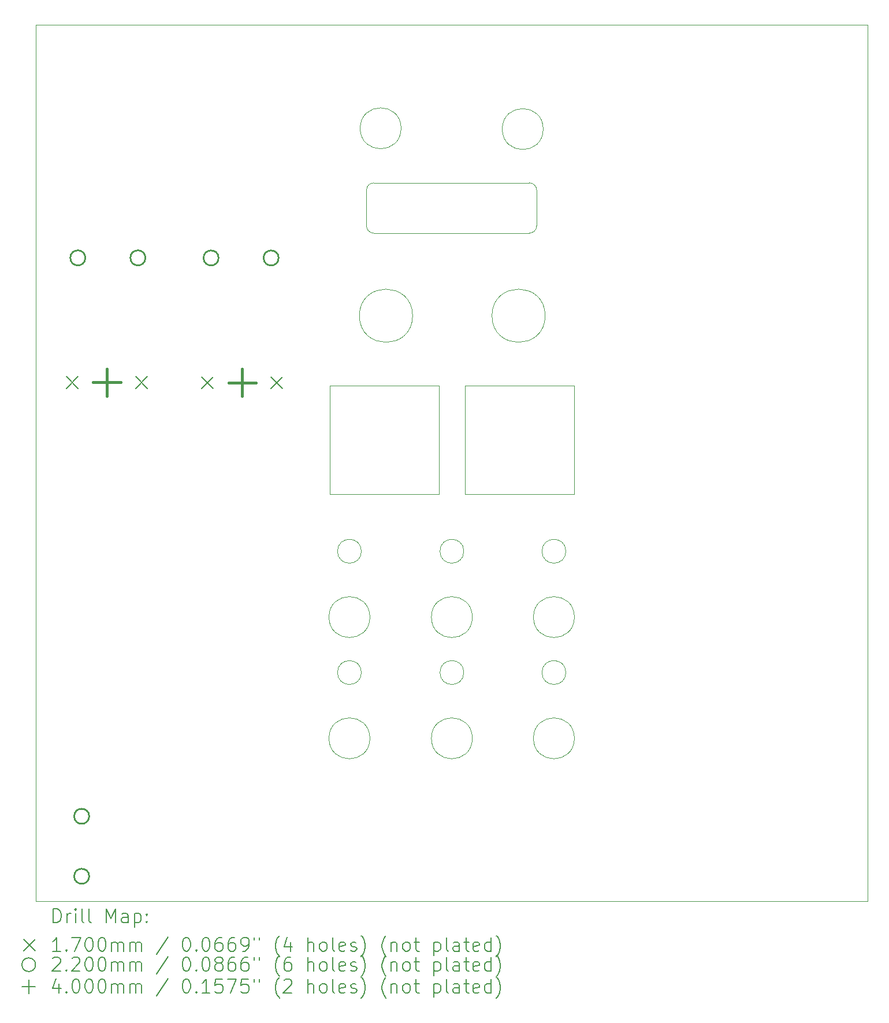
<source format=gbr>
%TF.GenerationSoftware,KiCad,Pcbnew,7.0.9*%
%TF.CreationDate,2023-11-30T20:57:32+01:00*%
%TF.ProjectId,euroPI-kicad_surfacemount_discretes_and_ics,6575726f-5049-42d6-9b69-6361645f7375,rev?*%
%TF.SameCoordinates,Original*%
%TF.FileFunction,Drillmap*%
%TF.FilePolarity,Positive*%
%FSLAX45Y45*%
G04 Gerber Fmt 4.5, Leading zero omitted, Abs format (unit mm)*
G04 Created by KiCad (PCBNEW 7.0.9) date 2023-11-30 20:57:32*
%MOMM*%
%LPD*%
G01*
G04 APERTURE LIST*
%ADD10C,0.100000*%
%ADD11C,0.200000*%
%ADD12C,0.170000*%
%ADD13C,0.220000*%
%ADD14C,0.400000*%
G04 APERTURE END LIST*
D10*
X12899380Y-10261080D02*
G75*
G03*
X12899380Y-10261080I-175000J0D01*
G01*
X13024380Y-13005080D02*
G75*
G03*
X13024380Y-13005080I-300000J0D01*
G01*
X13081419Y-4858340D02*
G75*
G03*
X12974320Y-4965020I-209J-106890D01*
G01*
X16021580Y-13004800D02*
G75*
G03*
X16021580Y-13004800I-300000J0D01*
G01*
X12974320Y-5488521D02*
G75*
G03*
X13081000Y-5595620I106890J-209D01*
G01*
X16021580Y-11226800D02*
G75*
G03*
X16021580Y-11226800I-300000J0D01*
G01*
X14525520Y-11226800D02*
G75*
G03*
X14525520Y-11226800I-300000J0D01*
G01*
X14525520Y-13004800D02*
G75*
G03*
X14525520Y-13004800I-300000J0D01*
G01*
X8128000Y-2540000D02*
X20320000Y-2540000D01*
X20320000Y-15389860D01*
X8128000Y-15389860D01*
X8128000Y-2540000D01*
X13650320Y-6807200D02*
G75*
G03*
X13650320Y-6807200I-390000J0D01*
G01*
X13481580Y-4058400D02*
G75*
G03*
X13481580Y-4058400I-300000J0D01*
G01*
X15896580Y-12039600D02*
G75*
G03*
X15896580Y-12039600I-175000J0D01*
G01*
X12899380Y-12039880D02*
G75*
G03*
X12899380Y-12039880I-175000J0D01*
G01*
X15361501Y-5595830D02*
G75*
G03*
X15468600Y-5489150I209J106890D01*
G01*
X15593420Y-6807200D02*
G75*
G03*
X15593420Y-6807200I-390000J0D01*
G01*
X12974320Y-4965020D02*
X12974322Y-5488521D01*
X14400520Y-12039600D02*
G75*
G03*
X14400520Y-12039600I-175000J0D01*
G01*
X14414500Y-7835900D02*
X16014700Y-7835900D01*
X16014700Y-9423400D01*
X14414500Y-9423400D01*
X14414500Y-7835900D01*
X12433300Y-7835900D02*
X14033500Y-7835900D01*
X14033500Y-9423400D01*
X12433300Y-9423400D01*
X12433300Y-7835900D01*
X13081000Y-5595620D02*
X15361501Y-5595829D01*
X15896580Y-10260800D02*
G75*
G03*
X15896580Y-10260800I-175000J0D01*
G01*
X15468599Y-4965700D02*
G75*
G03*
X15361922Y-4858601I-106889J210D01*
G01*
X15564380Y-4069600D02*
G75*
G03*
X15564380Y-4069600I-300000J0D01*
G01*
X15468600Y-5489150D02*
X15468600Y-4965700D01*
X15361922Y-4858601D02*
X13081419Y-4858342D01*
X14400520Y-10260800D02*
G75*
G03*
X14400520Y-10260800I-175000J0D01*
G01*
X13024380Y-11227080D02*
G75*
G03*
X13024380Y-11227080I-300000J0D01*
G01*
D11*
D12*
X8576400Y-7701000D02*
X8746400Y-7871000D01*
X8746400Y-7701000D02*
X8576400Y-7871000D01*
X9592400Y-7701000D02*
X9762400Y-7871000D01*
X9762400Y-7701000D02*
X9592400Y-7871000D01*
X10560140Y-7703540D02*
X10730140Y-7873540D01*
X10730140Y-7703540D02*
X10560140Y-7873540D01*
X11576140Y-7703540D02*
X11746140Y-7873540D01*
X11746140Y-7703540D02*
X11576140Y-7873540D01*
D13*
X8853265Y-5958700D02*
G75*
G03*
X8853265Y-5958700I-110000J0D01*
G01*
X8909600Y-14147800D02*
G75*
G03*
X8909600Y-14147800I-110000J0D01*
G01*
X8909600Y-15027800D02*
G75*
G03*
X8909600Y-15027800I-110000J0D01*
G01*
X9733265Y-5958700D02*
G75*
G03*
X9733265Y-5958700I-110000J0D01*
G01*
X10805940Y-5959740D02*
G75*
G03*
X10805940Y-5959740I-110000J0D01*
G01*
X11685940Y-5959740D02*
G75*
G03*
X11685940Y-5959740I-110000J0D01*
G01*
D14*
X9169400Y-7586000D02*
X9169400Y-7986000D01*
X8969400Y-7786000D02*
X9369400Y-7786000D01*
X11153140Y-7588540D02*
X11153140Y-7988540D01*
X10953140Y-7788540D02*
X11353140Y-7788540D01*
D11*
X8383777Y-15706344D02*
X8383777Y-15506344D01*
X8383777Y-15506344D02*
X8431396Y-15506344D01*
X8431396Y-15506344D02*
X8459967Y-15515868D01*
X8459967Y-15515868D02*
X8479015Y-15534915D01*
X8479015Y-15534915D02*
X8488539Y-15553963D01*
X8488539Y-15553963D02*
X8498063Y-15592058D01*
X8498063Y-15592058D02*
X8498063Y-15620629D01*
X8498063Y-15620629D02*
X8488539Y-15658725D01*
X8488539Y-15658725D02*
X8479015Y-15677772D01*
X8479015Y-15677772D02*
X8459967Y-15696820D01*
X8459967Y-15696820D02*
X8431396Y-15706344D01*
X8431396Y-15706344D02*
X8383777Y-15706344D01*
X8583777Y-15706344D02*
X8583777Y-15573010D01*
X8583777Y-15611106D02*
X8593301Y-15592058D01*
X8593301Y-15592058D02*
X8602824Y-15582534D01*
X8602824Y-15582534D02*
X8621872Y-15573010D01*
X8621872Y-15573010D02*
X8640920Y-15573010D01*
X8707586Y-15706344D02*
X8707586Y-15573010D01*
X8707586Y-15506344D02*
X8698063Y-15515868D01*
X8698063Y-15515868D02*
X8707586Y-15525391D01*
X8707586Y-15525391D02*
X8717110Y-15515868D01*
X8717110Y-15515868D02*
X8707586Y-15506344D01*
X8707586Y-15506344D02*
X8707586Y-15525391D01*
X8831396Y-15706344D02*
X8812348Y-15696820D01*
X8812348Y-15696820D02*
X8802824Y-15677772D01*
X8802824Y-15677772D02*
X8802824Y-15506344D01*
X8936158Y-15706344D02*
X8917110Y-15696820D01*
X8917110Y-15696820D02*
X8907586Y-15677772D01*
X8907586Y-15677772D02*
X8907586Y-15506344D01*
X9164729Y-15706344D02*
X9164729Y-15506344D01*
X9164729Y-15506344D02*
X9231396Y-15649201D01*
X9231396Y-15649201D02*
X9298063Y-15506344D01*
X9298063Y-15506344D02*
X9298063Y-15706344D01*
X9479015Y-15706344D02*
X9479015Y-15601582D01*
X9479015Y-15601582D02*
X9469491Y-15582534D01*
X9469491Y-15582534D02*
X9450444Y-15573010D01*
X9450444Y-15573010D02*
X9412348Y-15573010D01*
X9412348Y-15573010D02*
X9393301Y-15582534D01*
X9479015Y-15696820D02*
X9459967Y-15706344D01*
X9459967Y-15706344D02*
X9412348Y-15706344D01*
X9412348Y-15706344D02*
X9393301Y-15696820D01*
X9393301Y-15696820D02*
X9383777Y-15677772D01*
X9383777Y-15677772D02*
X9383777Y-15658725D01*
X9383777Y-15658725D02*
X9393301Y-15639677D01*
X9393301Y-15639677D02*
X9412348Y-15630153D01*
X9412348Y-15630153D02*
X9459967Y-15630153D01*
X9459967Y-15630153D02*
X9479015Y-15620629D01*
X9574253Y-15573010D02*
X9574253Y-15773010D01*
X9574253Y-15582534D02*
X9593301Y-15573010D01*
X9593301Y-15573010D02*
X9631396Y-15573010D01*
X9631396Y-15573010D02*
X9650444Y-15582534D01*
X9650444Y-15582534D02*
X9659967Y-15592058D01*
X9659967Y-15592058D02*
X9669491Y-15611106D01*
X9669491Y-15611106D02*
X9669491Y-15668248D01*
X9669491Y-15668248D02*
X9659967Y-15687296D01*
X9659967Y-15687296D02*
X9650444Y-15696820D01*
X9650444Y-15696820D02*
X9631396Y-15706344D01*
X9631396Y-15706344D02*
X9593301Y-15706344D01*
X9593301Y-15706344D02*
X9574253Y-15696820D01*
X9755205Y-15687296D02*
X9764729Y-15696820D01*
X9764729Y-15696820D02*
X9755205Y-15706344D01*
X9755205Y-15706344D02*
X9745682Y-15696820D01*
X9745682Y-15696820D02*
X9755205Y-15687296D01*
X9755205Y-15687296D02*
X9755205Y-15706344D01*
X9755205Y-15582534D02*
X9764729Y-15592058D01*
X9764729Y-15592058D02*
X9755205Y-15601582D01*
X9755205Y-15601582D02*
X9745682Y-15592058D01*
X9745682Y-15592058D02*
X9755205Y-15582534D01*
X9755205Y-15582534D02*
X9755205Y-15601582D01*
D12*
X7953000Y-15949860D02*
X8123000Y-16119860D01*
X8123000Y-15949860D02*
X7953000Y-16119860D01*
D11*
X8488539Y-16126344D02*
X8374253Y-16126344D01*
X8431396Y-16126344D02*
X8431396Y-15926344D01*
X8431396Y-15926344D02*
X8412348Y-15954915D01*
X8412348Y-15954915D02*
X8393301Y-15973963D01*
X8393301Y-15973963D02*
X8374253Y-15983487D01*
X8574253Y-16107296D02*
X8583777Y-16116820D01*
X8583777Y-16116820D02*
X8574253Y-16126344D01*
X8574253Y-16126344D02*
X8564729Y-16116820D01*
X8564729Y-16116820D02*
X8574253Y-16107296D01*
X8574253Y-16107296D02*
X8574253Y-16126344D01*
X8650444Y-15926344D02*
X8783777Y-15926344D01*
X8783777Y-15926344D02*
X8698063Y-16126344D01*
X8898063Y-15926344D02*
X8917110Y-15926344D01*
X8917110Y-15926344D02*
X8936158Y-15935868D01*
X8936158Y-15935868D02*
X8945682Y-15945391D01*
X8945682Y-15945391D02*
X8955205Y-15964439D01*
X8955205Y-15964439D02*
X8964729Y-16002534D01*
X8964729Y-16002534D02*
X8964729Y-16050153D01*
X8964729Y-16050153D02*
X8955205Y-16088248D01*
X8955205Y-16088248D02*
X8945682Y-16107296D01*
X8945682Y-16107296D02*
X8936158Y-16116820D01*
X8936158Y-16116820D02*
X8917110Y-16126344D01*
X8917110Y-16126344D02*
X8898063Y-16126344D01*
X8898063Y-16126344D02*
X8879015Y-16116820D01*
X8879015Y-16116820D02*
X8869491Y-16107296D01*
X8869491Y-16107296D02*
X8859967Y-16088248D01*
X8859967Y-16088248D02*
X8850444Y-16050153D01*
X8850444Y-16050153D02*
X8850444Y-16002534D01*
X8850444Y-16002534D02*
X8859967Y-15964439D01*
X8859967Y-15964439D02*
X8869491Y-15945391D01*
X8869491Y-15945391D02*
X8879015Y-15935868D01*
X8879015Y-15935868D02*
X8898063Y-15926344D01*
X9088539Y-15926344D02*
X9107586Y-15926344D01*
X9107586Y-15926344D02*
X9126634Y-15935868D01*
X9126634Y-15935868D02*
X9136158Y-15945391D01*
X9136158Y-15945391D02*
X9145682Y-15964439D01*
X9145682Y-15964439D02*
X9155205Y-16002534D01*
X9155205Y-16002534D02*
X9155205Y-16050153D01*
X9155205Y-16050153D02*
X9145682Y-16088248D01*
X9145682Y-16088248D02*
X9136158Y-16107296D01*
X9136158Y-16107296D02*
X9126634Y-16116820D01*
X9126634Y-16116820D02*
X9107586Y-16126344D01*
X9107586Y-16126344D02*
X9088539Y-16126344D01*
X9088539Y-16126344D02*
X9069491Y-16116820D01*
X9069491Y-16116820D02*
X9059967Y-16107296D01*
X9059967Y-16107296D02*
X9050444Y-16088248D01*
X9050444Y-16088248D02*
X9040920Y-16050153D01*
X9040920Y-16050153D02*
X9040920Y-16002534D01*
X9040920Y-16002534D02*
X9050444Y-15964439D01*
X9050444Y-15964439D02*
X9059967Y-15945391D01*
X9059967Y-15945391D02*
X9069491Y-15935868D01*
X9069491Y-15935868D02*
X9088539Y-15926344D01*
X9240920Y-16126344D02*
X9240920Y-15993010D01*
X9240920Y-16012058D02*
X9250444Y-16002534D01*
X9250444Y-16002534D02*
X9269491Y-15993010D01*
X9269491Y-15993010D02*
X9298063Y-15993010D01*
X9298063Y-15993010D02*
X9317110Y-16002534D01*
X9317110Y-16002534D02*
X9326634Y-16021582D01*
X9326634Y-16021582D02*
X9326634Y-16126344D01*
X9326634Y-16021582D02*
X9336158Y-16002534D01*
X9336158Y-16002534D02*
X9355205Y-15993010D01*
X9355205Y-15993010D02*
X9383777Y-15993010D01*
X9383777Y-15993010D02*
X9402825Y-16002534D01*
X9402825Y-16002534D02*
X9412348Y-16021582D01*
X9412348Y-16021582D02*
X9412348Y-16126344D01*
X9507586Y-16126344D02*
X9507586Y-15993010D01*
X9507586Y-16012058D02*
X9517110Y-16002534D01*
X9517110Y-16002534D02*
X9536158Y-15993010D01*
X9536158Y-15993010D02*
X9564729Y-15993010D01*
X9564729Y-15993010D02*
X9583777Y-16002534D01*
X9583777Y-16002534D02*
X9593301Y-16021582D01*
X9593301Y-16021582D02*
X9593301Y-16126344D01*
X9593301Y-16021582D02*
X9602825Y-16002534D01*
X9602825Y-16002534D02*
X9621872Y-15993010D01*
X9621872Y-15993010D02*
X9650444Y-15993010D01*
X9650444Y-15993010D02*
X9669491Y-16002534D01*
X9669491Y-16002534D02*
X9679015Y-16021582D01*
X9679015Y-16021582D02*
X9679015Y-16126344D01*
X10069491Y-15916820D02*
X9898063Y-16173963D01*
X10326634Y-15926344D02*
X10345682Y-15926344D01*
X10345682Y-15926344D02*
X10364729Y-15935868D01*
X10364729Y-15935868D02*
X10374253Y-15945391D01*
X10374253Y-15945391D02*
X10383777Y-15964439D01*
X10383777Y-15964439D02*
X10393301Y-16002534D01*
X10393301Y-16002534D02*
X10393301Y-16050153D01*
X10393301Y-16050153D02*
X10383777Y-16088248D01*
X10383777Y-16088248D02*
X10374253Y-16107296D01*
X10374253Y-16107296D02*
X10364729Y-16116820D01*
X10364729Y-16116820D02*
X10345682Y-16126344D01*
X10345682Y-16126344D02*
X10326634Y-16126344D01*
X10326634Y-16126344D02*
X10307587Y-16116820D01*
X10307587Y-16116820D02*
X10298063Y-16107296D01*
X10298063Y-16107296D02*
X10288539Y-16088248D01*
X10288539Y-16088248D02*
X10279015Y-16050153D01*
X10279015Y-16050153D02*
X10279015Y-16002534D01*
X10279015Y-16002534D02*
X10288539Y-15964439D01*
X10288539Y-15964439D02*
X10298063Y-15945391D01*
X10298063Y-15945391D02*
X10307587Y-15935868D01*
X10307587Y-15935868D02*
X10326634Y-15926344D01*
X10479015Y-16107296D02*
X10488539Y-16116820D01*
X10488539Y-16116820D02*
X10479015Y-16126344D01*
X10479015Y-16126344D02*
X10469491Y-16116820D01*
X10469491Y-16116820D02*
X10479015Y-16107296D01*
X10479015Y-16107296D02*
X10479015Y-16126344D01*
X10612348Y-15926344D02*
X10631396Y-15926344D01*
X10631396Y-15926344D02*
X10650444Y-15935868D01*
X10650444Y-15935868D02*
X10659968Y-15945391D01*
X10659968Y-15945391D02*
X10669491Y-15964439D01*
X10669491Y-15964439D02*
X10679015Y-16002534D01*
X10679015Y-16002534D02*
X10679015Y-16050153D01*
X10679015Y-16050153D02*
X10669491Y-16088248D01*
X10669491Y-16088248D02*
X10659968Y-16107296D01*
X10659968Y-16107296D02*
X10650444Y-16116820D01*
X10650444Y-16116820D02*
X10631396Y-16126344D01*
X10631396Y-16126344D02*
X10612348Y-16126344D01*
X10612348Y-16126344D02*
X10593301Y-16116820D01*
X10593301Y-16116820D02*
X10583777Y-16107296D01*
X10583777Y-16107296D02*
X10574253Y-16088248D01*
X10574253Y-16088248D02*
X10564729Y-16050153D01*
X10564729Y-16050153D02*
X10564729Y-16002534D01*
X10564729Y-16002534D02*
X10574253Y-15964439D01*
X10574253Y-15964439D02*
X10583777Y-15945391D01*
X10583777Y-15945391D02*
X10593301Y-15935868D01*
X10593301Y-15935868D02*
X10612348Y-15926344D01*
X10850444Y-15926344D02*
X10812348Y-15926344D01*
X10812348Y-15926344D02*
X10793301Y-15935868D01*
X10793301Y-15935868D02*
X10783777Y-15945391D01*
X10783777Y-15945391D02*
X10764729Y-15973963D01*
X10764729Y-15973963D02*
X10755206Y-16012058D01*
X10755206Y-16012058D02*
X10755206Y-16088248D01*
X10755206Y-16088248D02*
X10764729Y-16107296D01*
X10764729Y-16107296D02*
X10774253Y-16116820D01*
X10774253Y-16116820D02*
X10793301Y-16126344D01*
X10793301Y-16126344D02*
X10831396Y-16126344D01*
X10831396Y-16126344D02*
X10850444Y-16116820D01*
X10850444Y-16116820D02*
X10859968Y-16107296D01*
X10859968Y-16107296D02*
X10869491Y-16088248D01*
X10869491Y-16088248D02*
X10869491Y-16040629D01*
X10869491Y-16040629D02*
X10859968Y-16021582D01*
X10859968Y-16021582D02*
X10850444Y-16012058D01*
X10850444Y-16012058D02*
X10831396Y-16002534D01*
X10831396Y-16002534D02*
X10793301Y-16002534D01*
X10793301Y-16002534D02*
X10774253Y-16012058D01*
X10774253Y-16012058D02*
X10764729Y-16021582D01*
X10764729Y-16021582D02*
X10755206Y-16040629D01*
X11040920Y-15926344D02*
X11002825Y-15926344D01*
X11002825Y-15926344D02*
X10983777Y-15935868D01*
X10983777Y-15935868D02*
X10974253Y-15945391D01*
X10974253Y-15945391D02*
X10955206Y-15973963D01*
X10955206Y-15973963D02*
X10945682Y-16012058D01*
X10945682Y-16012058D02*
X10945682Y-16088248D01*
X10945682Y-16088248D02*
X10955206Y-16107296D01*
X10955206Y-16107296D02*
X10964729Y-16116820D01*
X10964729Y-16116820D02*
X10983777Y-16126344D01*
X10983777Y-16126344D02*
X11021872Y-16126344D01*
X11021872Y-16126344D02*
X11040920Y-16116820D01*
X11040920Y-16116820D02*
X11050444Y-16107296D01*
X11050444Y-16107296D02*
X11059968Y-16088248D01*
X11059968Y-16088248D02*
X11059968Y-16040629D01*
X11059968Y-16040629D02*
X11050444Y-16021582D01*
X11050444Y-16021582D02*
X11040920Y-16012058D01*
X11040920Y-16012058D02*
X11021872Y-16002534D01*
X11021872Y-16002534D02*
X10983777Y-16002534D01*
X10983777Y-16002534D02*
X10964729Y-16012058D01*
X10964729Y-16012058D02*
X10955206Y-16021582D01*
X10955206Y-16021582D02*
X10945682Y-16040629D01*
X11155206Y-16126344D02*
X11193301Y-16126344D01*
X11193301Y-16126344D02*
X11212348Y-16116820D01*
X11212348Y-16116820D02*
X11221872Y-16107296D01*
X11221872Y-16107296D02*
X11240920Y-16078725D01*
X11240920Y-16078725D02*
X11250444Y-16040629D01*
X11250444Y-16040629D02*
X11250444Y-15964439D01*
X11250444Y-15964439D02*
X11240920Y-15945391D01*
X11240920Y-15945391D02*
X11231396Y-15935868D01*
X11231396Y-15935868D02*
X11212348Y-15926344D01*
X11212348Y-15926344D02*
X11174253Y-15926344D01*
X11174253Y-15926344D02*
X11155206Y-15935868D01*
X11155206Y-15935868D02*
X11145682Y-15945391D01*
X11145682Y-15945391D02*
X11136158Y-15964439D01*
X11136158Y-15964439D02*
X11136158Y-16012058D01*
X11136158Y-16012058D02*
X11145682Y-16031106D01*
X11145682Y-16031106D02*
X11155206Y-16040629D01*
X11155206Y-16040629D02*
X11174253Y-16050153D01*
X11174253Y-16050153D02*
X11212348Y-16050153D01*
X11212348Y-16050153D02*
X11231396Y-16040629D01*
X11231396Y-16040629D02*
X11240920Y-16031106D01*
X11240920Y-16031106D02*
X11250444Y-16012058D01*
X11326634Y-15926344D02*
X11326634Y-15964439D01*
X11402825Y-15926344D02*
X11402825Y-15964439D01*
X11698063Y-16202534D02*
X11688539Y-16193010D01*
X11688539Y-16193010D02*
X11669491Y-16164439D01*
X11669491Y-16164439D02*
X11659968Y-16145391D01*
X11659968Y-16145391D02*
X11650444Y-16116820D01*
X11650444Y-16116820D02*
X11640920Y-16069201D01*
X11640920Y-16069201D02*
X11640920Y-16031106D01*
X11640920Y-16031106D02*
X11650444Y-15983487D01*
X11650444Y-15983487D02*
X11659968Y-15954915D01*
X11659968Y-15954915D02*
X11669491Y-15935868D01*
X11669491Y-15935868D02*
X11688539Y-15907296D01*
X11688539Y-15907296D02*
X11698063Y-15897772D01*
X11859968Y-15993010D02*
X11859968Y-16126344D01*
X11812348Y-15916820D02*
X11764729Y-16059677D01*
X11764729Y-16059677D02*
X11888539Y-16059677D01*
X12117110Y-16126344D02*
X12117110Y-15926344D01*
X12202825Y-16126344D02*
X12202825Y-16021582D01*
X12202825Y-16021582D02*
X12193301Y-16002534D01*
X12193301Y-16002534D02*
X12174253Y-15993010D01*
X12174253Y-15993010D02*
X12145682Y-15993010D01*
X12145682Y-15993010D02*
X12126634Y-16002534D01*
X12126634Y-16002534D02*
X12117110Y-16012058D01*
X12326634Y-16126344D02*
X12307587Y-16116820D01*
X12307587Y-16116820D02*
X12298063Y-16107296D01*
X12298063Y-16107296D02*
X12288539Y-16088248D01*
X12288539Y-16088248D02*
X12288539Y-16031106D01*
X12288539Y-16031106D02*
X12298063Y-16012058D01*
X12298063Y-16012058D02*
X12307587Y-16002534D01*
X12307587Y-16002534D02*
X12326634Y-15993010D01*
X12326634Y-15993010D02*
X12355206Y-15993010D01*
X12355206Y-15993010D02*
X12374253Y-16002534D01*
X12374253Y-16002534D02*
X12383777Y-16012058D01*
X12383777Y-16012058D02*
X12393301Y-16031106D01*
X12393301Y-16031106D02*
X12393301Y-16088248D01*
X12393301Y-16088248D02*
X12383777Y-16107296D01*
X12383777Y-16107296D02*
X12374253Y-16116820D01*
X12374253Y-16116820D02*
X12355206Y-16126344D01*
X12355206Y-16126344D02*
X12326634Y-16126344D01*
X12507587Y-16126344D02*
X12488539Y-16116820D01*
X12488539Y-16116820D02*
X12479015Y-16097772D01*
X12479015Y-16097772D02*
X12479015Y-15926344D01*
X12659968Y-16116820D02*
X12640920Y-16126344D01*
X12640920Y-16126344D02*
X12602825Y-16126344D01*
X12602825Y-16126344D02*
X12583777Y-16116820D01*
X12583777Y-16116820D02*
X12574253Y-16097772D01*
X12574253Y-16097772D02*
X12574253Y-16021582D01*
X12574253Y-16021582D02*
X12583777Y-16002534D01*
X12583777Y-16002534D02*
X12602825Y-15993010D01*
X12602825Y-15993010D02*
X12640920Y-15993010D01*
X12640920Y-15993010D02*
X12659968Y-16002534D01*
X12659968Y-16002534D02*
X12669491Y-16021582D01*
X12669491Y-16021582D02*
X12669491Y-16040629D01*
X12669491Y-16040629D02*
X12574253Y-16059677D01*
X12745682Y-16116820D02*
X12764730Y-16126344D01*
X12764730Y-16126344D02*
X12802825Y-16126344D01*
X12802825Y-16126344D02*
X12821872Y-16116820D01*
X12821872Y-16116820D02*
X12831396Y-16097772D01*
X12831396Y-16097772D02*
X12831396Y-16088248D01*
X12831396Y-16088248D02*
X12821872Y-16069201D01*
X12821872Y-16069201D02*
X12802825Y-16059677D01*
X12802825Y-16059677D02*
X12774253Y-16059677D01*
X12774253Y-16059677D02*
X12755206Y-16050153D01*
X12755206Y-16050153D02*
X12745682Y-16031106D01*
X12745682Y-16031106D02*
X12745682Y-16021582D01*
X12745682Y-16021582D02*
X12755206Y-16002534D01*
X12755206Y-16002534D02*
X12774253Y-15993010D01*
X12774253Y-15993010D02*
X12802825Y-15993010D01*
X12802825Y-15993010D02*
X12821872Y-16002534D01*
X12898063Y-16202534D02*
X12907587Y-16193010D01*
X12907587Y-16193010D02*
X12926634Y-16164439D01*
X12926634Y-16164439D02*
X12936158Y-16145391D01*
X12936158Y-16145391D02*
X12945682Y-16116820D01*
X12945682Y-16116820D02*
X12955206Y-16069201D01*
X12955206Y-16069201D02*
X12955206Y-16031106D01*
X12955206Y-16031106D02*
X12945682Y-15983487D01*
X12945682Y-15983487D02*
X12936158Y-15954915D01*
X12936158Y-15954915D02*
X12926634Y-15935868D01*
X12926634Y-15935868D02*
X12907587Y-15907296D01*
X12907587Y-15907296D02*
X12898063Y-15897772D01*
X13259968Y-16202534D02*
X13250444Y-16193010D01*
X13250444Y-16193010D02*
X13231396Y-16164439D01*
X13231396Y-16164439D02*
X13221872Y-16145391D01*
X13221872Y-16145391D02*
X13212349Y-16116820D01*
X13212349Y-16116820D02*
X13202825Y-16069201D01*
X13202825Y-16069201D02*
X13202825Y-16031106D01*
X13202825Y-16031106D02*
X13212349Y-15983487D01*
X13212349Y-15983487D02*
X13221872Y-15954915D01*
X13221872Y-15954915D02*
X13231396Y-15935868D01*
X13231396Y-15935868D02*
X13250444Y-15907296D01*
X13250444Y-15907296D02*
X13259968Y-15897772D01*
X13336158Y-15993010D02*
X13336158Y-16126344D01*
X13336158Y-16012058D02*
X13345682Y-16002534D01*
X13345682Y-16002534D02*
X13364730Y-15993010D01*
X13364730Y-15993010D02*
X13393301Y-15993010D01*
X13393301Y-15993010D02*
X13412349Y-16002534D01*
X13412349Y-16002534D02*
X13421872Y-16021582D01*
X13421872Y-16021582D02*
X13421872Y-16126344D01*
X13545682Y-16126344D02*
X13526634Y-16116820D01*
X13526634Y-16116820D02*
X13517111Y-16107296D01*
X13517111Y-16107296D02*
X13507587Y-16088248D01*
X13507587Y-16088248D02*
X13507587Y-16031106D01*
X13507587Y-16031106D02*
X13517111Y-16012058D01*
X13517111Y-16012058D02*
X13526634Y-16002534D01*
X13526634Y-16002534D02*
X13545682Y-15993010D01*
X13545682Y-15993010D02*
X13574253Y-15993010D01*
X13574253Y-15993010D02*
X13593301Y-16002534D01*
X13593301Y-16002534D02*
X13602825Y-16012058D01*
X13602825Y-16012058D02*
X13612349Y-16031106D01*
X13612349Y-16031106D02*
X13612349Y-16088248D01*
X13612349Y-16088248D02*
X13602825Y-16107296D01*
X13602825Y-16107296D02*
X13593301Y-16116820D01*
X13593301Y-16116820D02*
X13574253Y-16126344D01*
X13574253Y-16126344D02*
X13545682Y-16126344D01*
X13669492Y-15993010D02*
X13745682Y-15993010D01*
X13698063Y-15926344D02*
X13698063Y-16097772D01*
X13698063Y-16097772D02*
X13707587Y-16116820D01*
X13707587Y-16116820D02*
X13726634Y-16126344D01*
X13726634Y-16126344D02*
X13745682Y-16126344D01*
X13964730Y-15993010D02*
X13964730Y-16193010D01*
X13964730Y-16002534D02*
X13983777Y-15993010D01*
X13983777Y-15993010D02*
X14021873Y-15993010D01*
X14021873Y-15993010D02*
X14040920Y-16002534D01*
X14040920Y-16002534D02*
X14050444Y-16012058D01*
X14050444Y-16012058D02*
X14059968Y-16031106D01*
X14059968Y-16031106D02*
X14059968Y-16088248D01*
X14059968Y-16088248D02*
X14050444Y-16107296D01*
X14050444Y-16107296D02*
X14040920Y-16116820D01*
X14040920Y-16116820D02*
X14021873Y-16126344D01*
X14021873Y-16126344D02*
X13983777Y-16126344D01*
X13983777Y-16126344D02*
X13964730Y-16116820D01*
X14174253Y-16126344D02*
X14155206Y-16116820D01*
X14155206Y-16116820D02*
X14145682Y-16097772D01*
X14145682Y-16097772D02*
X14145682Y-15926344D01*
X14336158Y-16126344D02*
X14336158Y-16021582D01*
X14336158Y-16021582D02*
X14326634Y-16002534D01*
X14326634Y-16002534D02*
X14307587Y-15993010D01*
X14307587Y-15993010D02*
X14269492Y-15993010D01*
X14269492Y-15993010D02*
X14250444Y-16002534D01*
X14336158Y-16116820D02*
X14317111Y-16126344D01*
X14317111Y-16126344D02*
X14269492Y-16126344D01*
X14269492Y-16126344D02*
X14250444Y-16116820D01*
X14250444Y-16116820D02*
X14240920Y-16097772D01*
X14240920Y-16097772D02*
X14240920Y-16078725D01*
X14240920Y-16078725D02*
X14250444Y-16059677D01*
X14250444Y-16059677D02*
X14269492Y-16050153D01*
X14269492Y-16050153D02*
X14317111Y-16050153D01*
X14317111Y-16050153D02*
X14336158Y-16040629D01*
X14402825Y-15993010D02*
X14479015Y-15993010D01*
X14431396Y-15926344D02*
X14431396Y-16097772D01*
X14431396Y-16097772D02*
X14440920Y-16116820D01*
X14440920Y-16116820D02*
X14459968Y-16126344D01*
X14459968Y-16126344D02*
X14479015Y-16126344D01*
X14621873Y-16116820D02*
X14602825Y-16126344D01*
X14602825Y-16126344D02*
X14564730Y-16126344D01*
X14564730Y-16126344D02*
X14545682Y-16116820D01*
X14545682Y-16116820D02*
X14536158Y-16097772D01*
X14536158Y-16097772D02*
X14536158Y-16021582D01*
X14536158Y-16021582D02*
X14545682Y-16002534D01*
X14545682Y-16002534D02*
X14564730Y-15993010D01*
X14564730Y-15993010D02*
X14602825Y-15993010D01*
X14602825Y-15993010D02*
X14621873Y-16002534D01*
X14621873Y-16002534D02*
X14631396Y-16021582D01*
X14631396Y-16021582D02*
X14631396Y-16040629D01*
X14631396Y-16040629D02*
X14536158Y-16059677D01*
X14802825Y-16126344D02*
X14802825Y-15926344D01*
X14802825Y-16116820D02*
X14783777Y-16126344D01*
X14783777Y-16126344D02*
X14745682Y-16126344D01*
X14745682Y-16126344D02*
X14726634Y-16116820D01*
X14726634Y-16116820D02*
X14717111Y-16107296D01*
X14717111Y-16107296D02*
X14707587Y-16088248D01*
X14707587Y-16088248D02*
X14707587Y-16031106D01*
X14707587Y-16031106D02*
X14717111Y-16012058D01*
X14717111Y-16012058D02*
X14726634Y-16002534D01*
X14726634Y-16002534D02*
X14745682Y-15993010D01*
X14745682Y-15993010D02*
X14783777Y-15993010D01*
X14783777Y-15993010D02*
X14802825Y-16002534D01*
X14879015Y-16202534D02*
X14888539Y-16193010D01*
X14888539Y-16193010D02*
X14907587Y-16164439D01*
X14907587Y-16164439D02*
X14917111Y-16145391D01*
X14917111Y-16145391D02*
X14926634Y-16116820D01*
X14926634Y-16116820D02*
X14936158Y-16069201D01*
X14936158Y-16069201D02*
X14936158Y-16031106D01*
X14936158Y-16031106D02*
X14926634Y-15983487D01*
X14926634Y-15983487D02*
X14917111Y-15954915D01*
X14917111Y-15954915D02*
X14907587Y-15935868D01*
X14907587Y-15935868D02*
X14888539Y-15907296D01*
X14888539Y-15907296D02*
X14879015Y-15897772D01*
X8123000Y-16324860D02*
G75*
G03*
X8123000Y-16324860I-100000J0D01*
G01*
X8374253Y-16235391D02*
X8383777Y-16225868D01*
X8383777Y-16225868D02*
X8402824Y-16216344D01*
X8402824Y-16216344D02*
X8450444Y-16216344D01*
X8450444Y-16216344D02*
X8469491Y-16225868D01*
X8469491Y-16225868D02*
X8479015Y-16235391D01*
X8479015Y-16235391D02*
X8488539Y-16254439D01*
X8488539Y-16254439D02*
X8488539Y-16273487D01*
X8488539Y-16273487D02*
X8479015Y-16302058D01*
X8479015Y-16302058D02*
X8364729Y-16416344D01*
X8364729Y-16416344D02*
X8488539Y-16416344D01*
X8574253Y-16397296D02*
X8583777Y-16406820D01*
X8583777Y-16406820D02*
X8574253Y-16416344D01*
X8574253Y-16416344D02*
X8564729Y-16406820D01*
X8564729Y-16406820D02*
X8574253Y-16397296D01*
X8574253Y-16397296D02*
X8574253Y-16416344D01*
X8659967Y-16235391D02*
X8669491Y-16225868D01*
X8669491Y-16225868D02*
X8688539Y-16216344D01*
X8688539Y-16216344D02*
X8736158Y-16216344D01*
X8736158Y-16216344D02*
X8755205Y-16225868D01*
X8755205Y-16225868D02*
X8764729Y-16235391D01*
X8764729Y-16235391D02*
X8774253Y-16254439D01*
X8774253Y-16254439D02*
X8774253Y-16273487D01*
X8774253Y-16273487D02*
X8764729Y-16302058D01*
X8764729Y-16302058D02*
X8650444Y-16416344D01*
X8650444Y-16416344D02*
X8774253Y-16416344D01*
X8898063Y-16216344D02*
X8917110Y-16216344D01*
X8917110Y-16216344D02*
X8936158Y-16225868D01*
X8936158Y-16225868D02*
X8945682Y-16235391D01*
X8945682Y-16235391D02*
X8955205Y-16254439D01*
X8955205Y-16254439D02*
X8964729Y-16292534D01*
X8964729Y-16292534D02*
X8964729Y-16340153D01*
X8964729Y-16340153D02*
X8955205Y-16378248D01*
X8955205Y-16378248D02*
X8945682Y-16397296D01*
X8945682Y-16397296D02*
X8936158Y-16406820D01*
X8936158Y-16406820D02*
X8917110Y-16416344D01*
X8917110Y-16416344D02*
X8898063Y-16416344D01*
X8898063Y-16416344D02*
X8879015Y-16406820D01*
X8879015Y-16406820D02*
X8869491Y-16397296D01*
X8869491Y-16397296D02*
X8859967Y-16378248D01*
X8859967Y-16378248D02*
X8850444Y-16340153D01*
X8850444Y-16340153D02*
X8850444Y-16292534D01*
X8850444Y-16292534D02*
X8859967Y-16254439D01*
X8859967Y-16254439D02*
X8869491Y-16235391D01*
X8869491Y-16235391D02*
X8879015Y-16225868D01*
X8879015Y-16225868D02*
X8898063Y-16216344D01*
X9088539Y-16216344D02*
X9107586Y-16216344D01*
X9107586Y-16216344D02*
X9126634Y-16225868D01*
X9126634Y-16225868D02*
X9136158Y-16235391D01*
X9136158Y-16235391D02*
X9145682Y-16254439D01*
X9145682Y-16254439D02*
X9155205Y-16292534D01*
X9155205Y-16292534D02*
X9155205Y-16340153D01*
X9155205Y-16340153D02*
X9145682Y-16378248D01*
X9145682Y-16378248D02*
X9136158Y-16397296D01*
X9136158Y-16397296D02*
X9126634Y-16406820D01*
X9126634Y-16406820D02*
X9107586Y-16416344D01*
X9107586Y-16416344D02*
X9088539Y-16416344D01*
X9088539Y-16416344D02*
X9069491Y-16406820D01*
X9069491Y-16406820D02*
X9059967Y-16397296D01*
X9059967Y-16397296D02*
X9050444Y-16378248D01*
X9050444Y-16378248D02*
X9040920Y-16340153D01*
X9040920Y-16340153D02*
X9040920Y-16292534D01*
X9040920Y-16292534D02*
X9050444Y-16254439D01*
X9050444Y-16254439D02*
X9059967Y-16235391D01*
X9059967Y-16235391D02*
X9069491Y-16225868D01*
X9069491Y-16225868D02*
X9088539Y-16216344D01*
X9240920Y-16416344D02*
X9240920Y-16283010D01*
X9240920Y-16302058D02*
X9250444Y-16292534D01*
X9250444Y-16292534D02*
X9269491Y-16283010D01*
X9269491Y-16283010D02*
X9298063Y-16283010D01*
X9298063Y-16283010D02*
X9317110Y-16292534D01*
X9317110Y-16292534D02*
X9326634Y-16311582D01*
X9326634Y-16311582D02*
X9326634Y-16416344D01*
X9326634Y-16311582D02*
X9336158Y-16292534D01*
X9336158Y-16292534D02*
X9355205Y-16283010D01*
X9355205Y-16283010D02*
X9383777Y-16283010D01*
X9383777Y-16283010D02*
X9402825Y-16292534D01*
X9402825Y-16292534D02*
X9412348Y-16311582D01*
X9412348Y-16311582D02*
X9412348Y-16416344D01*
X9507586Y-16416344D02*
X9507586Y-16283010D01*
X9507586Y-16302058D02*
X9517110Y-16292534D01*
X9517110Y-16292534D02*
X9536158Y-16283010D01*
X9536158Y-16283010D02*
X9564729Y-16283010D01*
X9564729Y-16283010D02*
X9583777Y-16292534D01*
X9583777Y-16292534D02*
X9593301Y-16311582D01*
X9593301Y-16311582D02*
X9593301Y-16416344D01*
X9593301Y-16311582D02*
X9602825Y-16292534D01*
X9602825Y-16292534D02*
X9621872Y-16283010D01*
X9621872Y-16283010D02*
X9650444Y-16283010D01*
X9650444Y-16283010D02*
X9669491Y-16292534D01*
X9669491Y-16292534D02*
X9679015Y-16311582D01*
X9679015Y-16311582D02*
X9679015Y-16416344D01*
X10069491Y-16206820D02*
X9898063Y-16463963D01*
X10326634Y-16216344D02*
X10345682Y-16216344D01*
X10345682Y-16216344D02*
X10364729Y-16225868D01*
X10364729Y-16225868D02*
X10374253Y-16235391D01*
X10374253Y-16235391D02*
X10383777Y-16254439D01*
X10383777Y-16254439D02*
X10393301Y-16292534D01*
X10393301Y-16292534D02*
X10393301Y-16340153D01*
X10393301Y-16340153D02*
X10383777Y-16378248D01*
X10383777Y-16378248D02*
X10374253Y-16397296D01*
X10374253Y-16397296D02*
X10364729Y-16406820D01*
X10364729Y-16406820D02*
X10345682Y-16416344D01*
X10345682Y-16416344D02*
X10326634Y-16416344D01*
X10326634Y-16416344D02*
X10307587Y-16406820D01*
X10307587Y-16406820D02*
X10298063Y-16397296D01*
X10298063Y-16397296D02*
X10288539Y-16378248D01*
X10288539Y-16378248D02*
X10279015Y-16340153D01*
X10279015Y-16340153D02*
X10279015Y-16292534D01*
X10279015Y-16292534D02*
X10288539Y-16254439D01*
X10288539Y-16254439D02*
X10298063Y-16235391D01*
X10298063Y-16235391D02*
X10307587Y-16225868D01*
X10307587Y-16225868D02*
X10326634Y-16216344D01*
X10479015Y-16397296D02*
X10488539Y-16406820D01*
X10488539Y-16406820D02*
X10479015Y-16416344D01*
X10479015Y-16416344D02*
X10469491Y-16406820D01*
X10469491Y-16406820D02*
X10479015Y-16397296D01*
X10479015Y-16397296D02*
X10479015Y-16416344D01*
X10612348Y-16216344D02*
X10631396Y-16216344D01*
X10631396Y-16216344D02*
X10650444Y-16225868D01*
X10650444Y-16225868D02*
X10659968Y-16235391D01*
X10659968Y-16235391D02*
X10669491Y-16254439D01*
X10669491Y-16254439D02*
X10679015Y-16292534D01*
X10679015Y-16292534D02*
X10679015Y-16340153D01*
X10679015Y-16340153D02*
X10669491Y-16378248D01*
X10669491Y-16378248D02*
X10659968Y-16397296D01*
X10659968Y-16397296D02*
X10650444Y-16406820D01*
X10650444Y-16406820D02*
X10631396Y-16416344D01*
X10631396Y-16416344D02*
X10612348Y-16416344D01*
X10612348Y-16416344D02*
X10593301Y-16406820D01*
X10593301Y-16406820D02*
X10583777Y-16397296D01*
X10583777Y-16397296D02*
X10574253Y-16378248D01*
X10574253Y-16378248D02*
X10564729Y-16340153D01*
X10564729Y-16340153D02*
X10564729Y-16292534D01*
X10564729Y-16292534D02*
X10574253Y-16254439D01*
X10574253Y-16254439D02*
X10583777Y-16235391D01*
X10583777Y-16235391D02*
X10593301Y-16225868D01*
X10593301Y-16225868D02*
X10612348Y-16216344D01*
X10793301Y-16302058D02*
X10774253Y-16292534D01*
X10774253Y-16292534D02*
X10764729Y-16283010D01*
X10764729Y-16283010D02*
X10755206Y-16263963D01*
X10755206Y-16263963D02*
X10755206Y-16254439D01*
X10755206Y-16254439D02*
X10764729Y-16235391D01*
X10764729Y-16235391D02*
X10774253Y-16225868D01*
X10774253Y-16225868D02*
X10793301Y-16216344D01*
X10793301Y-16216344D02*
X10831396Y-16216344D01*
X10831396Y-16216344D02*
X10850444Y-16225868D01*
X10850444Y-16225868D02*
X10859968Y-16235391D01*
X10859968Y-16235391D02*
X10869491Y-16254439D01*
X10869491Y-16254439D02*
X10869491Y-16263963D01*
X10869491Y-16263963D02*
X10859968Y-16283010D01*
X10859968Y-16283010D02*
X10850444Y-16292534D01*
X10850444Y-16292534D02*
X10831396Y-16302058D01*
X10831396Y-16302058D02*
X10793301Y-16302058D01*
X10793301Y-16302058D02*
X10774253Y-16311582D01*
X10774253Y-16311582D02*
X10764729Y-16321106D01*
X10764729Y-16321106D02*
X10755206Y-16340153D01*
X10755206Y-16340153D02*
X10755206Y-16378248D01*
X10755206Y-16378248D02*
X10764729Y-16397296D01*
X10764729Y-16397296D02*
X10774253Y-16406820D01*
X10774253Y-16406820D02*
X10793301Y-16416344D01*
X10793301Y-16416344D02*
X10831396Y-16416344D01*
X10831396Y-16416344D02*
X10850444Y-16406820D01*
X10850444Y-16406820D02*
X10859968Y-16397296D01*
X10859968Y-16397296D02*
X10869491Y-16378248D01*
X10869491Y-16378248D02*
X10869491Y-16340153D01*
X10869491Y-16340153D02*
X10859968Y-16321106D01*
X10859968Y-16321106D02*
X10850444Y-16311582D01*
X10850444Y-16311582D02*
X10831396Y-16302058D01*
X11040920Y-16216344D02*
X11002825Y-16216344D01*
X11002825Y-16216344D02*
X10983777Y-16225868D01*
X10983777Y-16225868D02*
X10974253Y-16235391D01*
X10974253Y-16235391D02*
X10955206Y-16263963D01*
X10955206Y-16263963D02*
X10945682Y-16302058D01*
X10945682Y-16302058D02*
X10945682Y-16378248D01*
X10945682Y-16378248D02*
X10955206Y-16397296D01*
X10955206Y-16397296D02*
X10964729Y-16406820D01*
X10964729Y-16406820D02*
X10983777Y-16416344D01*
X10983777Y-16416344D02*
X11021872Y-16416344D01*
X11021872Y-16416344D02*
X11040920Y-16406820D01*
X11040920Y-16406820D02*
X11050444Y-16397296D01*
X11050444Y-16397296D02*
X11059968Y-16378248D01*
X11059968Y-16378248D02*
X11059968Y-16330629D01*
X11059968Y-16330629D02*
X11050444Y-16311582D01*
X11050444Y-16311582D02*
X11040920Y-16302058D01*
X11040920Y-16302058D02*
X11021872Y-16292534D01*
X11021872Y-16292534D02*
X10983777Y-16292534D01*
X10983777Y-16292534D02*
X10964729Y-16302058D01*
X10964729Y-16302058D02*
X10955206Y-16311582D01*
X10955206Y-16311582D02*
X10945682Y-16330629D01*
X11231396Y-16216344D02*
X11193301Y-16216344D01*
X11193301Y-16216344D02*
X11174253Y-16225868D01*
X11174253Y-16225868D02*
X11164729Y-16235391D01*
X11164729Y-16235391D02*
X11145682Y-16263963D01*
X11145682Y-16263963D02*
X11136158Y-16302058D01*
X11136158Y-16302058D02*
X11136158Y-16378248D01*
X11136158Y-16378248D02*
X11145682Y-16397296D01*
X11145682Y-16397296D02*
X11155206Y-16406820D01*
X11155206Y-16406820D02*
X11174253Y-16416344D01*
X11174253Y-16416344D02*
X11212348Y-16416344D01*
X11212348Y-16416344D02*
X11231396Y-16406820D01*
X11231396Y-16406820D02*
X11240920Y-16397296D01*
X11240920Y-16397296D02*
X11250444Y-16378248D01*
X11250444Y-16378248D02*
X11250444Y-16330629D01*
X11250444Y-16330629D02*
X11240920Y-16311582D01*
X11240920Y-16311582D02*
X11231396Y-16302058D01*
X11231396Y-16302058D02*
X11212348Y-16292534D01*
X11212348Y-16292534D02*
X11174253Y-16292534D01*
X11174253Y-16292534D02*
X11155206Y-16302058D01*
X11155206Y-16302058D02*
X11145682Y-16311582D01*
X11145682Y-16311582D02*
X11136158Y-16330629D01*
X11326634Y-16216344D02*
X11326634Y-16254439D01*
X11402825Y-16216344D02*
X11402825Y-16254439D01*
X11698063Y-16492534D02*
X11688539Y-16483010D01*
X11688539Y-16483010D02*
X11669491Y-16454439D01*
X11669491Y-16454439D02*
X11659968Y-16435391D01*
X11659968Y-16435391D02*
X11650444Y-16406820D01*
X11650444Y-16406820D02*
X11640920Y-16359201D01*
X11640920Y-16359201D02*
X11640920Y-16321106D01*
X11640920Y-16321106D02*
X11650444Y-16273487D01*
X11650444Y-16273487D02*
X11659968Y-16244915D01*
X11659968Y-16244915D02*
X11669491Y-16225868D01*
X11669491Y-16225868D02*
X11688539Y-16197296D01*
X11688539Y-16197296D02*
X11698063Y-16187772D01*
X11859968Y-16216344D02*
X11821872Y-16216344D01*
X11821872Y-16216344D02*
X11802825Y-16225868D01*
X11802825Y-16225868D02*
X11793301Y-16235391D01*
X11793301Y-16235391D02*
X11774253Y-16263963D01*
X11774253Y-16263963D02*
X11764729Y-16302058D01*
X11764729Y-16302058D02*
X11764729Y-16378248D01*
X11764729Y-16378248D02*
X11774253Y-16397296D01*
X11774253Y-16397296D02*
X11783777Y-16406820D01*
X11783777Y-16406820D02*
X11802825Y-16416344D01*
X11802825Y-16416344D02*
X11840920Y-16416344D01*
X11840920Y-16416344D02*
X11859968Y-16406820D01*
X11859968Y-16406820D02*
X11869491Y-16397296D01*
X11869491Y-16397296D02*
X11879015Y-16378248D01*
X11879015Y-16378248D02*
X11879015Y-16330629D01*
X11879015Y-16330629D02*
X11869491Y-16311582D01*
X11869491Y-16311582D02*
X11859968Y-16302058D01*
X11859968Y-16302058D02*
X11840920Y-16292534D01*
X11840920Y-16292534D02*
X11802825Y-16292534D01*
X11802825Y-16292534D02*
X11783777Y-16302058D01*
X11783777Y-16302058D02*
X11774253Y-16311582D01*
X11774253Y-16311582D02*
X11764729Y-16330629D01*
X12117110Y-16416344D02*
X12117110Y-16216344D01*
X12202825Y-16416344D02*
X12202825Y-16311582D01*
X12202825Y-16311582D02*
X12193301Y-16292534D01*
X12193301Y-16292534D02*
X12174253Y-16283010D01*
X12174253Y-16283010D02*
X12145682Y-16283010D01*
X12145682Y-16283010D02*
X12126634Y-16292534D01*
X12126634Y-16292534D02*
X12117110Y-16302058D01*
X12326634Y-16416344D02*
X12307587Y-16406820D01*
X12307587Y-16406820D02*
X12298063Y-16397296D01*
X12298063Y-16397296D02*
X12288539Y-16378248D01*
X12288539Y-16378248D02*
X12288539Y-16321106D01*
X12288539Y-16321106D02*
X12298063Y-16302058D01*
X12298063Y-16302058D02*
X12307587Y-16292534D01*
X12307587Y-16292534D02*
X12326634Y-16283010D01*
X12326634Y-16283010D02*
X12355206Y-16283010D01*
X12355206Y-16283010D02*
X12374253Y-16292534D01*
X12374253Y-16292534D02*
X12383777Y-16302058D01*
X12383777Y-16302058D02*
X12393301Y-16321106D01*
X12393301Y-16321106D02*
X12393301Y-16378248D01*
X12393301Y-16378248D02*
X12383777Y-16397296D01*
X12383777Y-16397296D02*
X12374253Y-16406820D01*
X12374253Y-16406820D02*
X12355206Y-16416344D01*
X12355206Y-16416344D02*
X12326634Y-16416344D01*
X12507587Y-16416344D02*
X12488539Y-16406820D01*
X12488539Y-16406820D02*
X12479015Y-16387772D01*
X12479015Y-16387772D02*
X12479015Y-16216344D01*
X12659968Y-16406820D02*
X12640920Y-16416344D01*
X12640920Y-16416344D02*
X12602825Y-16416344D01*
X12602825Y-16416344D02*
X12583777Y-16406820D01*
X12583777Y-16406820D02*
X12574253Y-16387772D01*
X12574253Y-16387772D02*
X12574253Y-16311582D01*
X12574253Y-16311582D02*
X12583777Y-16292534D01*
X12583777Y-16292534D02*
X12602825Y-16283010D01*
X12602825Y-16283010D02*
X12640920Y-16283010D01*
X12640920Y-16283010D02*
X12659968Y-16292534D01*
X12659968Y-16292534D02*
X12669491Y-16311582D01*
X12669491Y-16311582D02*
X12669491Y-16330629D01*
X12669491Y-16330629D02*
X12574253Y-16349677D01*
X12745682Y-16406820D02*
X12764730Y-16416344D01*
X12764730Y-16416344D02*
X12802825Y-16416344D01*
X12802825Y-16416344D02*
X12821872Y-16406820D01*
X12821872Y-16406820D02*
X12831396Y-16387772D01*
X12831396Y-16387772D02*
X12831396Y-16378248D01*
X12831396Y-16378248D02*
X12821872Y-16359201D01*
X12821872Y-16359201D02*
X12802825Y-16349677D01*
X12802825Y-16349677D02*
X12774253Y-16349677D01*
X12774253Y-16349677D02*
X12755206Y-16340153D01*
X12755206Y-16340153D02*
X12745682Y-16321106D01*
X12745682Y-16321106D02*
X12745682Y-16311582D01*
X12745682Y-16311582D02*
X12755206Y-16292534D01*
X12755206Y-16292534D02*
X12774253Y-16283010D01*
X12774253Y-16283010D02*
X12802825Y-16283010D01*
X12802825Y-16283010D02*
X12821872Y-16292534D01*
X12898063Y-16492534D02*
X12907587Y-16483010D01*
X12907587Y-16483010D02*
X12926634Y-16454439D01*
X12926634Y-16454439D02*
X12936158Y-16435391D01*
X12936158Y-16435391D02*
X12945682Y-16406820D01*
X12945682Y-16406820D02*
X12955206Y-16359201D01*
X12955206Y-16359201D02*
X12955206Y-16321106D01*
X12955206Y-16321106D02*
X12945682Y-16273487D01*
X12945682Y-16273487D02*
X12936158Y-16244915D01*
X12936158Y-16244915D02*
X12926634Y-16225868D01*
X12926634Y-16225868D02*
X12907587Y-16197296D01*
X12907587Y-16197296D02*
X12898063Y-16187772D01*
X13259968Y-16492534D02*
X13250444Y-16483010D01*
X13250444Y-16483010D02*
X13231396Y-16454439D01*
X13231396Y-16454439D02*
X13221872Y-16435391D01*
X13221872Y-16435391D02*
X13212349Y-16406820D01*
X13212349Y-16406820D02*
X13202825Y-16359201D01*
X13202825Y-16359201D02*
X13202825Y-16321106D01*
X13202825Y-16321106D02*
X13212349Y-16273487D01*
X13212349Y-16273487D02*
X13221872Y-16244915D01*
X13221872Y-16244915D02*
X13231396Y-16225868D01*
X13231396Y-16225868D02*
X13250444Y-16197296D01*
X13250444Y-16197296D02*
X13259968Y-16187772D01*
X13336158Y-16283010D02*
X13336158Y-16416344D01*
X13336158Y-16302058D02*
X13345682Y-16292534D01*
X13345682Y-16292534D02*
X13364730Y-16283010D01*
X13364730Y-16283010D02*
X13393301Y-16283010D01*
X13393301Y-16283010D02*
X13412349Y-16292534D01*
X13412349Y-16292534D02*
X13421872Y-16311582D01*
X13421872Y-16311582D02*
X13421872Y-16416344D01*
X13545682Y-16416344D02*
X13526634Y-16406820D01*
X13526634Y-16406820D02*
X13517111Y-16397296D01*
X13517111Y-16397296D02*
X13507587Y-16378248D01*
X13507587Y-16378248D02*
X13507587Y-16321106D01*
X13507587Y-16321106D02*
X13517111Y-16302058D01*
X13517111Y-16302058D02*
X13526634Y-16292534D01*
X13526634Y-16292534D02*
X13545682Y-16283010D01*
X13545682Y-16283010D02*
X13574253Y-16283010D01*
X13574253Y-16283010D02*
X13593301Y-16292534D01*
X13593301Y-16292534D02*
X13602825Y-16302058D01*
X13602825Y-16302058D02*
X13612349Y-16321106D01*
X13612349Y-16321106D02*
X13612349Y-16378248D01*
X13612349Y-16378248D02*
X13602825Y-16397296D01*
X13602825Y-16397296D02*
X13593301Y-16406820D01*
X13593301Y-16406820D02*
X13574253Y-16416344D01*
X13574253Y-16416344D02*
X13545682Y-16416344D01*
X13669492Y-16283010D02*
X13745682Y-16283010D01*
X13698063Y-16216344D02*
X13698063Y-16387772D01*
X13698063Y-16387772D02*
X13707587Y-16406820D01*
X13707587Y-16406820D02*
X13726634Y-16416344D01*
X13726634Y-16416344D02*
X13745682Y-16416344D01*
X13964730Y-16283010D02*
X13964730Y-16483010D01*
X13964730Y-16292534D02*
X13983777Y-16283010D01*
X13983777Y-16283010D02*
X14021873Y-16283010D01*
X14021873Y-16283010D02*
X14040920Y-16292534D01*
X14040920Y-16292534D02*
X14050444Y-16302058D01*
X14050444Y-16302058D02*
X14059968Y-16321106D01*
X14059968Y-16321106D02*
X14059968Y-16378248D01*
X14059968Y-16378248D02*
X14050444Y-16397296D01*
X14050444Y-16397296D02*
X14040920Y-16406820D01*
X14040920Y-16406820D02*
X14021873Y-16416344D01*
X14021873Y-16416344D02*
X13983777Y-16416344D01*
X13983777Y-16416344D02*
X13964730Y-16406820D01*
X14174253Y-16416344D02*
X14155206Y-16406820D01*
X14155206Y-16406820D02*
X14145682Y-16387772D01*
X14145682Y-16387772D02*
X14145682Y-16216344D01*
X14336158Y-16416344D02*
X14336158Y-16311582D01*
X14336158Y-16311582D02*
X14326634Y-16292534D01*
X14326634Y-16292534D02*
X14307587Y-16283010D01*
X14307587Y-16283010D02*
X14269492Y-16283010D01*
X14269492Y-16283010D02*
X14250444Y-16292534D01*
X14336158Y-16406820D02*
X14317111Y-16416344D01*
X14317111Y-16416344D02*
X14269492Y-16416344D01*
X14269492Y-16416344D02*
X14250444Y-16406820D01*
X14250444Y-16406820D02*
X14240920Y-16387772D01*
X14240920Y-16387772D02*
X14240920Y-16368725D01*
X14240920Y-16368725D02*
X14250444Y-16349677D01*
X14250444Y-16349677D02*
X14269492Y-16340153D01*
X14269492Y-16340153D02*
X14317111Y-16340153D01*
X14317111Y-16340153D02*
X14336158Y-16330629D01*
X14402825Y-16283010D02*
X14479015Y-16283010D01*
X14431396Y-16216344D02*
X14431396Y-16387772D01*
X14431396Y-16387772D02*
X14440920Y-16406820D01*
X14440920Y-16406820D02*
X14459968Y-16416344D01*
X14459968Y-16416344D02*
X14479015Y-16416344D01*
X14621873Y-16406820D02*
X14602825Y-16416344D01*
X14602825Y-16416344D02*
X14564730Y-16416344D01*
X14564730Y-16416344D02*
X14545682Y-16406820D01*
X14545682Y-16406820D02*
X14536158Y-16387772D01*
X14536158Y-16387772D02*
X14536158Y-16311582D01*
X14536158Y-16311582D02*
X14545682Y-16292534D01*
X14545682Y-16292534D02*
X14564730Y-16283010D01*
X14564730Y-16283010D02*
X14602825Y-16283010D01*
X14602825Y-16283010D02*
X14621873Y-16292534D01*
X14621873Y-16292534D02*
X14631396Y-16311582D01*
X14631396Y-16311582D02*
X14631396Y-16330629D01*
X14631396Y-16330629D02*
X14536158Y-16349677D01*
X14802825Y-16416344D02*
X14802825Y-16216344D01*
X14802825Y-16406820D02*
X14783777Y-16416344D01*
X14783777Y-16416344D02*
X14745682Y-16416344D01*
X14745682Y-16416344D02*
X14726634Y-16406820D01*
X14726634Y-16406820D02*
X14717111Y-16397296D01*
X14717111Y-16397296D02*
X14707587Y-16378248D01*
X14707587Y-16378248D02*
X14707587Y-16321106D01*
X14707587Y-16321106D02*
X14717111Y-16302058D01*
X14717111Y-16302058D02*
X14726634Y-16292534D01*
X14726634Y-16292534D02*
X14745682Y-16283010D01*
X14745682Y-16283010D02*
X14783777Y-16283010D01*
X14783777Y-16283010D02*
X14802825Y-16292534D01*
X14879015Y-16492534D02*
X14888539Y-16483010D01*
X14888539Y-16483010D02*
X14907587Y-16454439D01*
X14907587Y-16454439D02*
X14917111Y-16435391D01*
X14917111Y-16435391D02*
X14926634Y-16406820D01*
X14926634Y-16406820D02*
X14936158Y-16359201D01*
X14936158Y-16359201D02*
X14936158Y-16321106D01*
X14936158Y-16321106D02*
X14926634Y-16273487D01*
X14926634Y-16273487D02*
X14917111Y-16244915D01*
X14917111Y-16244915D02*
X14907587Y-16225868D01*
X14907587Y-16225868D02*
X14888539Y-16197296D01*
X14888539Y-16197296D02*
X14879015Y-16187772D01*
X8023000Y-16544860D02*
X8023000Y-16744860D01*
X7923000Y-16644860D02*
X8123000Y-16644860D01*
X8469491Y-16603010D02*
X8469491Y-16736344D01*
X8421872Y-16526820D02*
X8374253Y-16669677D01*
X8374253Y-16669677D02*
X8498063Y-16669677D01*
X8574253Y-16717296D02*
X8583777Y-16726820D01*
X8583777Y-16726820D02*
X8574253Y-16736344D01*
X8574253Y-16736344D02*
X8564729Y-16726820D01*
X8564729Y-16726820D02*
X8574253Y-16717296D01*
X8574253Y-16717296D02*
X8574253Y-16736344D01*
X8707586Y-16536344D02*
X8726634Y-16536344D01*
X8726634Y-16536344D02*
X8745682Y-16545868D01*
X8745682Y-16545868D02*
X8755205Y-16555391D01*
X8755205Y-16555391D02*
X8764729Y-16574439D01*
X8764729Y-16574439D02*
X8774253Y-16612534D01*
X8774253Y-16612534D02*
X8774253Y-16660153D01*
X8774253Y-16660153D02*
X8764729Y-16698248D01*
X8764729Y-16698248D02*
X8755205Y-16717296D01*
X8755205Y-16717296D02*
X8745682Y-16726820D01*
X8745682Y-16726820D02*
X8726634Y-16736344D01*
X8726634Y-16736344D02*
X8707586Y-16736344D01*
X8707586Y-16736344D02*
X8688539Y-16726820D01*
X8688539Y-16726820D02*
X8679015Y-16717296D01*
X8679015Y-16717296D02*
X8669491Y-16698248D01*
X8669491Y-16698248D02*
X8659967Y-16660153D01*
X8659967Y-16660153D02*
X8659967Y-16612534D01*
X8659967Y-16612534D02*
X8669491Y-16574439D01*
X8669491Y-16574439D02*
X8679015Y-16555391D01*
X8679015Y-16555391D02*
X8688539Y-16545868D01*
X8688539Y-16545868D02*
X8707586Y-16536344D01*
X8898063Y-16536344D02*
X8917110Y-16536344D01*
X8917110Y-16536344D02*
X8936158Y-16545868D01*
X8936158Y-16545868D02*
X8945682Y-16555391D01*
X8945682Y-16555391D02*
X8955205Y-16574439D01*
X8955205Y-16574439D02*
X8964729Y-16612534D01*
X8964729Y-16612534D02*
X8964729Y-16660153D01*
X8964729Y-16660153D02*
X8955205Y-16698248D01*
X8955205Y-16698248D02*
X8945682Y-16717296D01*
X8945682Y-16717296D02*
X8936158Y-16726820D01*
X8936158Y-16726820D02*
X8917110Y-16736344D01*
X8917110Y-16736344D02*
X8898063Y-16736344D01*
X8898063Y-16736344D02*
X8879015Y-16726820D01*
X8879015Y-16726820D02*
X8869491Y-16717296D01*
X8869491Y-16717296D02*
X8859967Y-16698248D01*
X8859967Y-16698248D02*
X8850444Y-16660153D01*
X8850444Y-16660153D02*
X8850444Y-16612534D01*
X8850444Y-16612534D02*
X8859967Y-16574439D01*
X8859967Y-16574439D02*
X8869491Y-16555391D01*
X8869491Y-16555391D02*
X8879015Y-16545868D01*
X8879015Y-16545868D02*
X8898063Y-16536344D01*
X9088539Y-16536344D02*
X9107586Y-16536344D01*
X9107586Y-16536344D02*
X9126634Y-16545868D01*
X9126634Y-16545868D02*
X9136158Y-16555391D01*
X9136158Y-16555391D02*
X9145682Y-16574439D01*
X9145682Y-16574439D02*
X9155205Y-16612534D01*
X9155205Y-16612534D02*
X9155205Y-16660153D01*
X9155205Y-16660153D02*
X9145682Y-16698248D01*
X9145682Y-16698248D02*
X9136158Y-16717296D01*
X9136158Y-16717296D02*
X9126634Y-16726820D01*
X9126634Y-16726820D02*
X9107586Y-16736344D01*
X9107586Y-16736344D02*
X9088539Y-16736344D01*
X9088539Y-16736344D02*
X9069491Y-16726820D01*
X9069491Y-16726820D02*
X9059967Y-16717296D01*
X9059967Y-16717296D02*
X9050444Y-16698248D01*
X9050444Y-16698248D02*
X9040920Y-16660153D01*
X9040920Y-16660153D02*
X9040920Y-16612534D01*
X9040920Y-16612534D02*
X9050444Y-16574439D01*
X9050444Y-16574439D02*
X9059967Y-16555391D01*
X9059967Y-16555391D02*
X9069491Y-16545868D01*
X9069491Y-16545868D02*
X9088539Y-16536344D01*
X9240920Y-16736344D02*
X9240920Y-16603010D01*
X9240920Y-16622058D02*
X9250444Y-16612534D01*
X9250444Y-16612534D02*
X9269491Y-16603010D01*
X9269491Y-16603010D02*
X9298063Y-16603010D01*
X9298063Y-16603010D02*
X9317110Y-16612534D01*
X9317110Y-16612534D02*
X9326634Y-16631582D01*
X9326634Y-16631582D02*
X9326634Y-16736344D01*
X9326634Y-16631582D02*
X9336158Y-16612534D01*
X9336158Y-16612534D02*
X9355205Y-16603010D01*
X9355205Y-16603010D02*
X9383777Y-16603010D01*
X9383777Y-16603010D02*
X9402825Y-16612534D01*
X9402825Y-16612534D02*
X9412348Y-16631582D01*
X9412348Y-16631582D02*
X9412348Y-16736344D01*
X9507586Y-16736344D02*
X9507586Y-16603010D01*
X9507586Y-16622058D02*
X9517110Y-16612534D01*
X9517110Y-16612534D02*
X9536158Y-16603010D01*
X9536158Y-16603010D02*
X9564729Y-16603010D01*
X9564729Y-16603010D02*
X9583777Y-16612534D01*
X9583777Y-16612534D02*
X9593301Y-16631582D01*
X9593301Y-16631582D02*
X9593301Y-16736344D01*
X9593301Y-16631582D02*
X9602825Y-16612534D01*
X9602825Y-16612534D02*
X9621872Y-16603010D01*
X9621872Y-16603010D02*
X9650444Y-16603010D01*
X9650444Y-16603010D02*
X9669491Y-16612534D01*
X9669491Y-16612534D02*
X9679015Y-16631582D01*
X9679015Y-16631582D02*
X9679015Y-16736344D01*
X10069491Y-16526820D02*
X9898063Y-16783963D01*
X10326634Y-16536344D02*
X10345682Y-16536344D01*
X10345682Y-16536344D02*
X10364729Y-16545868D01*
X10364729Y-16545868D02*
X10374253Y-16555391D01*
X10374253Y-16555391D02*
X10383777Y-16574439D01*
X10383777Y-16574439D02*
X10393301Y-16612534D01*
X10393301Y-16612534D02*
X10393301Y-16660153D01*
X10393301Y-16660153D02*
X10383777Y-16698248D01*
X10383777Y-16698248D02*
X10374253Y-16717296D01*
X10374253Y-16717296D02*
X10364729Y-16726820D01*
X10364729Y-16726820D02*
X10345682Y-16736344D01*
X10345682Y-16736344D02*
X10326634Y-16736344D01*
X10326634Y-16736344D02*
X10307587Y-16726820D01*
X10307587Y-16726820D02*
X10298063Y-16717296D01*
X10298063Y-16717296D02*
X10288539Y-16698248D01*
X10288539Y-16698248D02*
X10279015Y-16660153D01*
X10279015Y-16660153D02*
X10279015Y-16612534D01*
X10279015Y-16612534D02*
X10288539Y-16574439D01*
X10288539Y-16574439D02*
X10298063Y-16555391D01*
X10298063Y-16555391D02*
X10307587Y-16545868D01*
X10307587Y-16545868D02*
X10326634Y-16536344D01*
X10479015Y-16717296D02*
X10488539Y-16726820D01*
X10488539Y-16726820D02*
X10479015Y-16736344D01*
X10479015Y-16736344D02*
X10469491Y-16726820D01*
X10469491Y-16726820D02*
X10479015Y-16717296D01*
X10479015Y-16717296D02*
X10479015Y-16736344D01*
X10679015Y-16736344D02*
X10564729Y-16736344D01*
X10621872Y-16736344D02*
X10621872Y-16536344D01*
X10621872Y-16536344D02*
X10602825Y-16564915D01*
X10602825Y-16564915D02*
X10583777Y-16583963D01*
X10583777Y-16583963D02*
X10564729Y-16593487D01*
X10859968Y-16536344D02*
X10764729Y-16536344D01*
X10764729Y-16536344D02*
X10755206Y-16631582D01*
X10755206Y-16631582D02*
X10764729Y-16622058D01*
X10764729Y-16622058D02*
X10783777Y-16612534D01*
X10783777Y-16612534D02*
X10831396Y-16612534D01*
X10831396Y-16612534D02*
X10850444Y-16622058D01*
X10850444Y-16622058D02*
X10859968Y-16631582D01*
X10859968Y-16631582D02*
X10869491Y-16650629D01*
X10869491Y-16650629D02*
X10869491Y-16698248D01*
X10869491Y-16698248D02*
X10859968Y-16717296D01*
X10859968Y-16717296D02*
X10850444Y-16726820D01*
X10850444Y-16726820D02*
X10831396Y-16736344D01*
X10831396Y-16736344D02*
X10783777Y-16736344D01*
X10783777Y-16736344D02*
X10764729Y-16726820D01*
X10764729Y-16726820D02*
X10755206Y-16717296D01*
X10936158Y-16536344D02*
X11069491Y-16536344D01*
X11069491Y-16536344D02*
X10983777Y-16736344D01*
X11240920Y-16536344D02*
X11145682Y-16536344D01*
X11145682Y-16536344D02*
X11136158Y-16631582D01*
X11136158Y-16631582D02*
X11145682Y-16622058D01*
X11145682Y-16622058D02*
X11164729Y-16612534D01*
X11164729Y-16612534D02*
X11212348Y-16612534D01*
X11212348Y-16612534D02*
X11231396Y-16622058D01*
X11231396Y-16622058D02*
X11240920Y-16631582D01*
X11240920Y-16631582D02*
X11250444Y-16650629D01*
X11250444Y-16650629D02*
X11250444Y-16698248D01*
X11250444Y-16698248D02*
X11240920Y-16717296D01*
X11240920Y-16717296D02*
X11231396Y-16726820D01*
X11231396Y-16726820D02*
X11212348Y-16736344D01*
X11212348Y-16736344D02*
X11164729Y-16736344D01*
X11164729Y-16736344D02*
X11145682Y-16726820D01*
X11145682Y-16726820D02*
X11136158Y-16717296D01*
X11326634Y-16536344D02*
X11326634Y-16574439D01*
X11402825Y-16536344D02*
X11402825Y-16574439D01*
X11698063Y-16812534D02*
X11688539Y-16803010D01*
X11688539Y-16803010D02*
X11669491Y-16774439D01*
X11669491Y-16774439D02*
X11659968Y-16755391D01*
X11659968Y-16755391D02*
X11650444Y-16726820D01*
X11650444Y-16726820D02*
X11640920Y-16679201D01*
X11640920Y-16679201D02*
X11640920Y-16641106D01*
X11640920Y-16641106D02*
X11650444Y-16593487D01*
X11650444Y-16593487D02*
X11659968Y-16564915D01*
X11659968Y-16564915D02*
X11669491Y-16545868D01*
X11669491Y-16545868D02*
X11688539Y-16517296D01*
X11688539Y-16517296D02*
X11698063Y-16507772D01*
X11764729Y-16555391D02*
X11774253Y-16545868D01*
X11774253Y-16545868D02*
X11793301Y-16536344D01*
X11793301Y-16536344D02*
X11840920Y-16536344D01*
X11840920Y-16536344D02*
X11859968Y-16545868D01*
X11859968Y-16545868D02*
X11869491Y-16555391D01*
X11869491Y-16555391D02*
X11879015Y-16574439D01*
X11879015Y-16574439D02*
X11879015Y-16593487D01*
X11879015Y-16593487D02*
X11869491Y-16622058D01*
X11869491Y-16622058D02*
X11755206Y-16736344D01*
X11755206Y-16736344D02*
X11879015Y-16736344D01*
X12117110Y-16736344D02*
X12117110Y-16536344D01*
X12202825Y-16736344D02*
X12202825Y-16631582D01*
X12202825Y-16631582D02*
X12193301Y-16612534D01*
X12193301Y-16612534D02*
X12174253Y-16603010D01*
X12174253Y-16603010D02*
X12145682Y-16603010D01*
X12145682Y-16603010D02*
X12126634Y-16612534D01*
X12126634Y-16612534D02*
X12117110Y-16622058D01*
X12326634Y-16736344D02*
X12307587Y-16726820D01*
X12307587Y-16726820D02*
X12298063Y-16717296D01*
X12298063Y-16717296D02*
X12288539Y-16698248D01*
X12288539Y-16698248D02*
X12288539Y-16641106D01*
X12288539Y-16641106D02*
X12298063Y-16622058D01*
X12298063Y-16622058D02*
X12307587Y-16612534D01*
X12307587Y-16612534D02*
X12326634Y-16603010D01*
X12326634Y-16603010D02*
X12355206Y-16603010D01*
X12355206Y-16603010D02*
X12374253Y-16612534D01*
X12374253Y-16612534D02*
X12383777Y-16622058D01*
X12383777Y-16622058D02*
X12393301Y-16641106D01*
X12393301Y-16641106D02*
X12393301Y-16698248D01*
X12393301Y-16698248D02*
X12383777Y-16717296D01*
X12383777Y-16717296D02*
X12374253Y-16726820D01*
X12374253Y-16726820D02*
X12355206Y-16736344D01*
X12355206Y-16736344D02*
X12326634Y-16736344D01*
X12507587Y-16736344D02*
X12488539Y-16726820D01*
X12488539Y-16726820D02*
X12479015Y-16707772D01*
X12479015Y-16707772D02*
X12479015Y-16536344D01*
X12659968Y-16726820D02*
X12640920Y-16736344D01*
X12640920Y-16736344D02*
X12602825Y-16736344D01*
X12602825Y-16736344D02*
X12583777Y-16726820D01*
X12583777Y-16726820D02*
X12574253Y-16707772D01*
X12574253Y-16707772D02*
X12574253Y-16631582D01*
X12574253Y-16631582D02*
X12583777Y-16612534D01*
X12583777Y-16612534D02*
X12602825Y-16603010D01*
X12602825Y-16603010D02*
X12640920Y-16603010D01*
X12640920Y-16603010D02*
X12659968Y-16612534D01*
X12659968Y-16612534D02*
X12669491Y-16631582D01*
X12669491Y-16631582D02*
X12669491Y-16650629D01*
X12669491Y-16650629D02*
X12574253Y-16669677D01*
X12745682Y-16726820D02*
X12764730Y-16736344D01*
X12764730Y-16736344D02*
X12802825Y-16736344D01*
X12802825Y-16736344D02*
X12821872Y-16726820D01*
X12821872Y-16726820D02*
X12831396Y-16707772D01*
X12831396Y-16707772D02*
X12831396Y-16698248D01*
X12831396Y-16698248D02*
X12821872Y-16679201D01*
X12821872Y-16679201D02*
X12802825Y-16669677D01*
X12802825Y-16669677D02*
X12774253Y-16669677D01*
X12774253Y-16669677D02*
X12755206Y-16660153D01*
X12755206Y-16660153D02*
X12745682Y-16641106D01*
X12745682Y-16641106D02*
X12745682Y-16631582D01*
X12745682Y-16631582D02*
X12755206Y-16612534D01*
X12755206Y-16612534D02*
X12774253Y-16603010D01*
X12774253Y-16603010D02*
X12802825Y-16603010D01*
X12802825Y-16603010D02*
X12821872Y-16612534D01*
X12898063Y-16812534D02*
X12907587Y-16803010D01*
X12907587Y-16803010D02*
X12926634Y-16774439D01*
X12926634Y-16774439D02*
X12936158Y-16755391D01*
X12936158Y-16755391D02*
X12945682Y-16726820D01*
X12945682Y-16726820D02*
X12955206Y-16679201D01*
X12955206Y-16679201D02*
X12955206Y-16641106D01*
X12955206Y-16641106D02*
X12945682Y-16593487D01*
X12945682Y-16593487D02*
X12936158Y-16564915D01*
X12936158Y-16564915D02*
X12926634Y-16545868D01*
X12926634Y-16545868D02*
X12907587Y-16517296D01*
X12907587Y-16517296D02*
X12898063Y-16507772D01*
X13259968Y-16812534D02*
X13250444Y-16803010D01*
X13250444Y-16803010D02*
X13231396Y-16774439D01*
X13231396Y-16774439D02*
X13221872Y-16755391D01*
X13221872Y-16755391D02*
X13212349Y-16726820D01*
X13212349Y-16726820D02*
X13202825Y-16679201D01*
X13202825Y-16679201D02*
X13202825Y-16641106D01*
X13202825Y-16641106D02*
X13212349Y-16593487D01*
X13212349Y-16593487D02*
X13221872Y-16564915D01*
X13221872Y-16564915D02*
X13231396Y-16545868D01*
X13231396Y-16545868D02*
X13250444Y-16517296D01*
X13250444Y-16517296D02*
X13259968Y-16507772D01*
X13336158Y-16603010D02*
X13336158Y-16736344D01*
X13336158Y-16622058D02*
X13345682Y-16612534D01*
X13345682Y-16612534D02*
X13364730Y-16603010D01*
X13364730Y-16603010D02*
X13393301Y-16603010D01*
X13393301Y-16603010D02*
X13412349Y-16612534D01*
X13412349Y-16612534D02*
X13421872Y-16631582D01*
X13421872Y-16631582D02*
X13421872Y-16736344D01*
X13545682Y-16736344D02*
X13526634Y-16726820D01*
X13526634Y-16726820D02*
X13517111Y-16717296D01*
X13517111Y-16717296D02*
X13507587Y-16698248D01*
X13507587Y-16698248D02*
X13507587Y-16641106D01*
X13507587Y-16641106D02*
X13517111Y-16622058D01*
X13517111Y-16622058D02*
X13526634Y-16612534D01*
X13526634Y-16612534D02*
X13545682Y-16603010D01*
X13545682Y-16603010D02*
X13574253Y-16603010D01*
X13574253Y-16603010D02*
X13593301Y-16612534D01*
X13593301Y-16612534D02*
X13602825Y-16622058D01*
X13602825Y-16622058D02*
X13612349Y-16641106D01*
X13612349Y-16641106D02*
X13612349Y-16698248D01*
X13612349Y-16698248D02*
X13602825Y-16717296D01*
X13602825Y-16717296D02*
X13593301Y-16726820D01*
X13593301Y-16726820D02*
X13574253Y-16736344D01*
X13574253Y-16736344D02*
X13545682Y-16736344D01*
X13669492Y-16603010D02*
X13745682Y-16603010D01*
X13698063Y-16536344D02*
X13698063Y-16707772D01*
X13698063Y-16707772D02*
X13707587Y-16726820D01*
X13707587Y-16726820D02*
X13726634Y-16736344D01*
X13726634Y-16736344D02*
X13745682Y-16736344D01*
X13964730Y-16603010D02*
X13964730Y-16803010D01*
X13964730Y-16612534D02*
X13983777Y-16603010D01*
X13983777Y-16603010D02*
X14021873Y-16603010D01*
X14021873Y-16603010D02*
X14040920Y-16612534D01*
X14040920Y-16612534D02*
X14050444Y-16622058D01*
X14050444Y-16622058D02*
X14059968Y-16641106D01*
X14059968Y-16641106D02*
X14059968Y-16698248D01*
X14059968Y-16698248D02*
X14050444Y-16717296D01*
X14050444Y-16717296D02*
X14040920Y-16726820D01*
X14040920Y-16726820D02*
X14021873Y-16736344D01*
X14021873Y-16736344D02*
X13983777Y-16736344D01*
X13983777Y-16736344D02*
X13964730Y-16726820D01*
X14174253Y-16736344D02*
X14155206Y-16726820D01*
X14155206Y-16726820D02*
X14145682Y-16707772D01*
X14145682Y-16707772D02*
X14145682Y-16536344D01*
X14336158Y-16736344D02*
X14336158Y-16631582D01*
X14336158Y-16631582D02*
X14326634Y-16612534D01*
X14326634Y-16612534D02*
X14307587Y-16603010D01*
X14307587Y-16603010D02*
X14269492Y-16603010D01*
X14269492Y-16603010D02*
X14250444Y-16612534D01*
X14336158Y-16726820D02*
X14317111Y-16736344D01*
X14317111Y-16736344D02*
X14269492Y-16736344D01*
X14269492Y-16736344D02*
X14250444Y-16726820D01*
X14250444Y-16726820D02*
X14240920Y-16707772D01*
X14240920Y-16707772D02*
X14240920Y-16688725D01*
X14240920Y-16688725D02*
X14250444Y-16669677D01*
X14250444Y-16669677D02*
X14269492Y-16660153D01*
X14269492Y-16660153D02*
X14317111Y-16660153D01*
X14317111Y-16660153D02*
X14336158Y-16650629D01*
X14402825Y-16603010D02*
X14479015Y-16603010D01*
X14431396Y-16536344D02*
X14431396Y-16707772D01*
X14431396Y-16707772D02*
X14440920Y-16726820D01*
X14440920Y-16726820D02*
X14459968Y-16736344D01*
X14459968Y-16736344D02*
X14479015Y-16736344D01*
X14621873Y-16726820D02*
X14602825Y-16736344D01*
X14602825Y-16736344D02*
X14564730Y-16736344D01*
X14564730Y-16736344D02*
X14545682Y-16726820D01*
X14545682Y-16726820D02*
X14536158Y-16707772D01*
X14536158Y-16707772D02*
X14536158Y-16631582D01*
X14536158Y-16631582D02*
X14545682Y-16612534D01*
X14545682Y-16612534D02*
X14564730Y-16603010D01*
X14564730Y-16603010D02*
X14602825Y-16603010D01*
X14602825Y-16603010D02*
X14621873Y-16612534D01*
X14621873Y-16612534D02*
X14631396Y-16631582D01*
X14631396Y-16631582D02*
X14631396Y-16650629D01*
X14631396Y-16650629D02*
X14536158Y-16669677D01*
X14802825Y-16736344D02*
X14802825Y-16536344D01*
X14802825Y-16726820D02*
X14783777Y-16736344D01*
X14783777Y-16736344D02*
X14745682Y-16736344D01*
X14745682Y-16736344D02*
X14726634Y-16726820D01*
X14726634Y-16726820D02*
X14717111Y-16717296D01*
X14717111Y-16717296D02*
X14707587Y-16698248D01*
X14707587Y-16698248D02*
X14707587Y-16641106D01*
X14707587Y-16641106D02*
X14717111Y-16622058D01*
X14717111Y-16622058D02*
X14726634Y-16612534D01*
X14726634Y-16612534D02*
X14745682Y-16603010D01*
X14745682Y-16603010D02*
X14783777Y-16603010D01*
X14783777Y-16603010D02*
X14802825Y-16612534D01*
X14879015Y-16812534D02*
X14888539Y-16803010D01*
X14888539Y-16803010D02*
X14907587Y-16774439D01*
X14907587Y-16774439D02*
X14917111Y-16755391D01*
X14917111Y-16755391D02*
X14926634Y-16726820D01*
X14926634Y-16726820D02*
X14936158Y-16679201D01*
X14936158Y-16679201D02*
X14936158Y-16641106D01*
X14936158Y-16641106D02*
X14926634Y-16593487D01*
X14926634Y-16593487D02*
X14917111Y-16564915D01*
X14917111Y-16564915D02*
X14907587Y-16545868D01*
X14907587Y-16545868D02*
X14888539Y-16517296D01*
X14888539Y-16517296D02*
X14879015Y-16507772D01*
M02*

</source>
